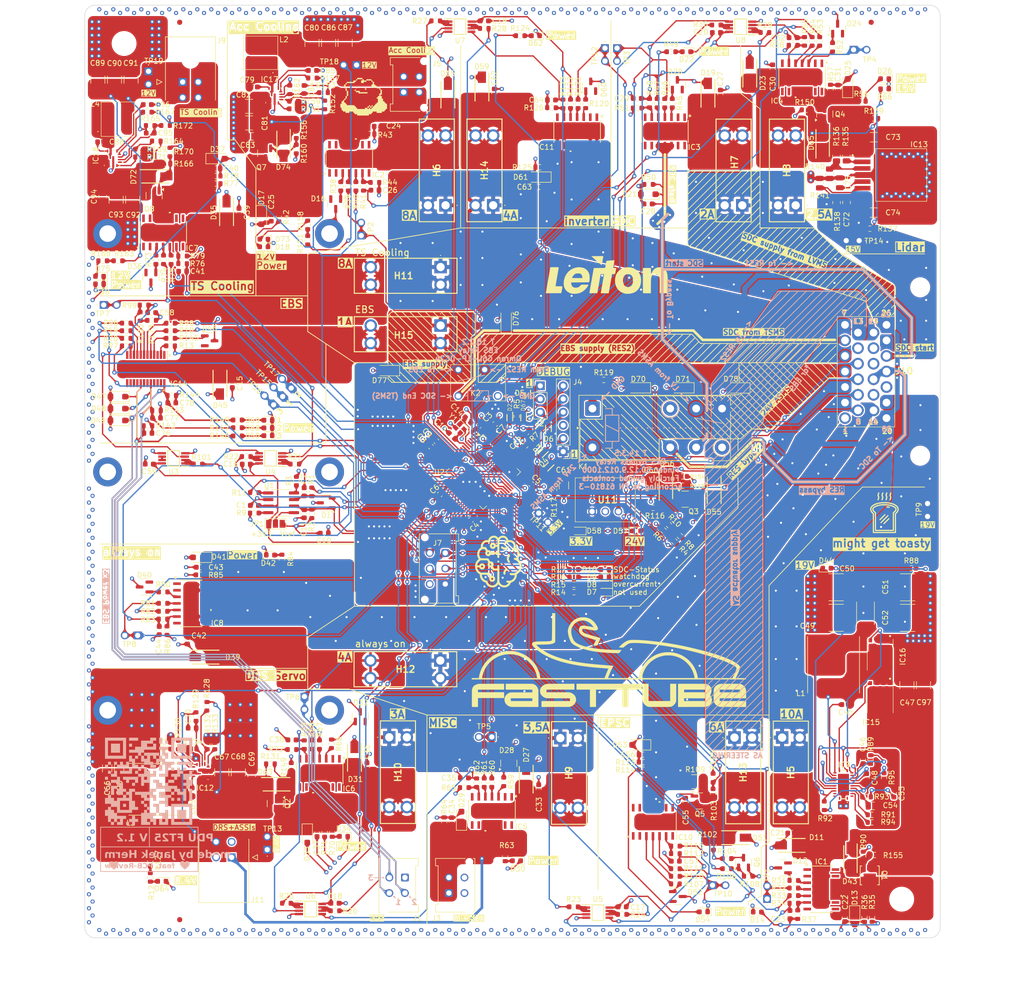
<source format=kicad_pcb>
(kicad_pcb
	(version 20240108)
	(generator "pcbnew")
	(generator_version "8.0")
	(general
		(thickness 1.6)
		(legacy_teardrops no)
	)
	(paper "A3")
	(title_block
		(title "PDU FT25")
		(date "2025-01-15")
		(rev "V1.2")
		(company "Janek Herm")
		(comment 1 "FasTTUBe Electronics")
	)
	(layers
		(0 "F.Cu" signal)
		(1 "In1.Cu" power)
		(2 "In2.Cu" signal)
		(31 "B.Cu" mixed)
		(32 "B.Adhes" user "B.Adhesive")
		(33 "F.Adhes" user "F.Adhesive")
		(34 "B.Paste" user)
		(35 "F.Paste" user)
		(36 "B.SilkS" user "B.Silkscreen")
		(37 "F.SilkS" user "F.Silkscreen")
		(38 "B.Mask" user)
		(39 "F.Mask" user)
		(40 "Dwgs.User" user "User.Drawings")
		(41 "Cmts.User" user "User.Comments")
		(42 "Eco1.User" user "User.Eco1")
		(43 "Eco2.User" user "User.Eco2")
		(44 "Edge.Cuts" user)
		(45 "Margin" user)
		(46 "B.CrtYd" user "B.Courtyard")
		(47 "F.CrtYd" user "F.Courtyard")
		(48 "B.Fab" user)
		(49 "F.Fab" user)
		(50 "User.1" user)
		(51 "User.2" user)
		(52 "User.3" user)
		(53 "User.4" user)
		(54 "User.5" user)
		(55 "User.6" user)
		(56 "User.7" user)
		(57 "User.8" user)
		(58 "User.9" user)
	)
	(setup
		(stackup
			(layer "F.SilkS"
				(type "Top Silk Screen")
			)
			(layer "F.Paste"
				(type "Top Solder Paste")
			)
			(layer "F.Mask"
				(type "Top Solder Mask")
				(thickness 0.01)
			)
			(layer "F.Cu"
				(type "copper")
				(thickness 0.035)
			)
			(layer "dielectric 1"
				(type "prepreg")
				(thickness 0.1)
				(material "FR4")
				(epsilon_r 4.5)
				(loss_tangent 0.02)
			)
			(layer "In1.Cu"
				(type "copper")
				(thickness 0.035)
			)
			(layer "dielectric 2"
				(type "core")
				(thickness 1.24)
				(material "FR4")
				(epsilon_r 4.5)
				(loss_tangent 0.02)
			)
			(layer "In2.Cu"
				(type "copper")
				(thickness 0.035)
			)
			(layer "dielectric 3"
				(type "prepreg")
				(thickness 0.1)
				(material "FR4")
				(epsilon_r 4.5)
				(loss_tangent 0.02)
			)
			(layer "B.Cu"
				(type "copper")
				(thickness 0.035)
			)
			(layer "B.Mask"
				(type "Bottom Solder Mask")
				(thickness 0.01)
			)
			(layer "B.Paste"
				(type "Bottom Solder Paste")
			)
			(layer "B.SilkS"
				(type "Bottom Silk Screen")
			)
			(copper_finish "None")
			(dielectric_constraints no)
		)
		(pad_to_mask_clearance 0)
		(allow_soldermask_bridges_in_footprints no)
		(pcbplotparams
			(layerselection 0x00010fc_ffffffff)
			(plot_on_all_layers_selection 0x0000000_00000000)
			(disableapertmacros no)
			(usegerberextensions no)
			(usegerberattributes yes)
			(usegerberadvancedattributes yes)
			(creategerberjobfile no)
			(dashed_line_dash_ratio 12.000000)
			(dashed_line_gap_ratio 3.000000)
			(svgprecision 4)
			(plotframeref no)
			(viasonmask no)
			(mode 1)
			(useauxorigin yes)
			(hpglpennumber 1)
			(hpglpenspeed 20)
			(hpglpendiameter 15.000000)
			(pdf_front_fp_property_popups yes)
			(pdf_back_fp_property_popups yes)
			(dxfpolygonmode yes)
			(dxfimperialunits yes)
			(dxfusepcbnewfont yes)
			(psnegative no)
			(psa4output no)
			(plotreference yes)
			(plotvalue no)
			(plotfptext yes)
			(plotinvisibletext no)
			(sketchpadsonfab no)
			(subtractmaskfromsilk yes)
			(outputformat 1)
			(mirror no)
			(drillshape 0)
			(scaleselection 1)
			(outputdirectory "gerber/")
		)
	)
	(net 0 "")
	(net 1 "GND")
	(net 2 "+3V3")
	(net 3 "stdCAN_H")
	(net 4 "/MCU/Vref")
	(net 5 "stdCAN_L")
	(net 6 "/MCU/NRST")
	(net 7 "Net-(D11-A2)")
	(net 8 "/powerstages/P_Out6a")
	(net 9 "/powerstages/IS4")
	(net 10 "Net-(D15-A2)")
	(net 11 "/connectors/P_Out1")
	(net 12 "/powerstages/IS1")
	(net 13 "Net-(D19-A2)")
	(net 14 "/powerstages/IS10")
	(net 15 "Net-(D23-A2)")
	(net 16 "/powerstages/P_Out9a")
	(net 17 "/powerstages/IS7")
	(net 18 "Net-(D27-A2)")
	(net 19 "/connectors/P_Out8")
	(net 20 "/powerstages/IS8")
	(net 21 "Net-(D31-A2)")
	(net 22 "/powerstages/P_Out5a")
	(net 23 "/powerstages/IS3")
	(net 24 "Net-(D35-A2)")
	(net 25 "/connectors/P_Out2")
	(net 26 "/powerstages/IS2")
	(net 27 "/connectors/P_Out9")
	(net 28 "/powerstages/IS9")
	(net 29 "Net-(IC9-CBOOT)")
	(net 30 "Net-(IC9-SW)")
	(net 31 "Net-(IC9-VCC)")
	(net 32 "Net-(D43-K)")
	(net 33 "Net-(IC9-PFM{slash}SYNC)")
	(net 34 "/connectors/P_Out4")
	(net 35 "Net-(C53-Pad2)")
	(net 36 "Net-(IC9-EXTCOMP)")
	(net 37 "Net-(D51-A2)")
	(net 38 "/connectors/P_Out5")
	(net 39 "/powerstages/IS5")
	(net 40 "Net-(D56-K)")
	(net 41 "Net-(D59-A2)")
	(net 42 "/connectors/P_Out6")
	(net 43 "/powerstages/IS6")
	(net 44 "Net-(IC12-SW)")
	(net 45 "Net-(IC12-BOOT)")
	(net 46 "/connectors/P_Out3")
	(net 47 "Net-(D63-K)")
	(net 48 "Net-(IC12-FB)")
	(net 49 "Net-(IC12-SS)")
	(net 50 "/connectors/P_Out7")
	(net 51 "Net-(IC13-FB)")
	(net 52 "Net-(D65-K)")
	(net 53 "Net-(IC13-SS)")
	(net 54 "/MCU/SWCLK")
	(net 55 "/MCU/SWDIO")
	(net 56 "/MCU/UART_RX")
	(net 57 "/MCU/UART_TX")
	(net 58 "Net-(D7-A)")
	(net 59 "Net-(D8-A)")
	(net 60 "Net-(D9-A)")
	(net 61 "Net-(D10-A)")
	(net 62 "Net-(D12-A)")
	(net 63 "unconnected-(D12-NC-Pad2)")
	(net 64 "Net-(D14-A)")
	(net 65 "Net-(D16-A)")
	(net 66 "unconnected-(D16-NC-Pad2)")
	(net 67 "Net-(D18-A)")
	(net 68 "Net-(D20-A)")
	(net 69 "unconnected-(D20-NC-Pad2)")
	(net 70 "Net-(D22-A)")
	(net 71 "Net-(D24-A)")
	(net 72 "unconnected-(D24-NC-Pad2)")
	(net 73 "Net-(D26-A)")
	(net 74 "Net-(D28-A)")
	(net 75 "unconnected-(D28-NC-Pad2)")
	(net 76 "Net-(D30-A)")
	(net 77 "unconnected-(D32-NC-Pad2)")
	(net 78 "Net-(D32-A)")
	(net 79 "Net-(D34-A)")
	(net 80 "Net-(D36-A)")
	(net 81 "unconnected-(D36-NC-Pad2)")
	(net 82 "Net-(D38-A)")
	(net 83 "Net-(D43-A)")
	(net 84 "Net-(D44-A)")
	(net 85 "Net-(D45-A2)")
	(net 86 "/powerstages/IS11")
	(net 87 "/connectors/P_Out12")
	(net 88 "unconnected-(D52-NC-Pad2)")
	(net 89 "Net-(D52-A)")
	(net 90 "Net-(D54-A)")
	(net 91 "Net-(D56-A)")
	(net 92 "Net-(D57-A)")
	(net 93 "Net-(D58-A)")
	(net 94 "unconnected-(D60-NC-Pad2)")
	(net 95 "Net-(D60-A)")
	(net 96 "Net-(D62-A)")
	(net 97 "Net-(D63-A)")
	(net 98 "Net-(D64-A)")
	(net 99 "Net-(D65-A)")
	(net 100 "Net-(D66-A)")
	(net 101 "/connectors/P_Out11")
	(net 102 "/connectors/P_Out10")
	(net 103 "Net-(D46-A)")
	(net 104 "+24V")
	(net 105 "Net-(IC1-IS)")
	(net 106 "Net-(IC1-GND)")
	(net 107 "Net-(IC1-IN)")
	(net 108 "Net-(IC1-DEN)")
	(net 109 "Net-(IC2-IS)")
	(net 110 "Net-(IC2-IN)")
	(net 111 "Net-(IC2-DEN)")
	(net 112 "Net-(IC2-GND)")
	(net 113 "Net-(IC3-IN)")
	(net 114 "Net-(IC3-GND)")
	(net 115 "Net-(IC3-IS)")
	(net 116 "Net-(IC3-DEN)")
	(net 117 "Net-(IC4-IN)")
	(net 118 "Net-(IC4-GND)")
	(net 119 "Net-(IC4-IS)")
	(net 120 "Net-(IC4-DEN)")
	(net 121 "Net-(IC5-GND)")
	(net 122 "Net-(IC5-DEN)")
	(net 123 "Net-(IC5-IS)")
	(net 124 "Net-(IC5-IN)")
	(net 125 "Net-(IC6-GND)")
	(net 126 "Net-(IC6-IN)")
	(net 127 "Net-(IC6-DEN)")
	(net 128 "Net-(IC6-IS)")
	(net 129 "Net-(IC7-IN)")
	(net 130 "Net-(IC7-IS)")
	(net 131 "Net-(IC7-GND)")
	(net 132 "Net-(IC7-DEN)")
	(net 133 "Net-(IC9-CNFG)")
	(net 134 "Net-(IC9-PG{slash}SYNCOUT)")
	(net 135 "Net-(IC9-RT)")
	(net 136 "Net-(IC9-ISNS+)")
	(net 137 "Net-(IC9-HO)")
	(net 138 "Net-(IC9-LO)")
	(net 139 "Net-(IC9-FB)")
	(net 140 "Net-(IC10-IS)")
	(net 141 "Net-(IC10-IN)")
	(net 142 "Net-(IC10-DEN)")
	(net 143 "Net-(IC10-GND)")
	(net 144 "Net-(IC11-DEN)")
	(net 145 "Net-(IC11-IS)")
	(net 146 "Net-(IC11-IN)")
	(net 147 "Net-(IC11-GND)")
	(net 148 "Net-(IC12-PG)")
	(net 149 "Net-(IC12-MODE)")
	(net 150 "Net-(IC12-EN)")
	(net 151 "Net-(IC13-RON)")
	(net 152 "Net-(IC13-EN)")
	(net 153 "/MCU/SWO")
	(net 154 "FDCAN_H")
	(net 155 "FDCAN_L")
	(net 156 "/RBR/SDC bypass")
	(net 157 "24V ASMS")
	(net 158 "Net-(JP1-C)")
	(net 159 "unconnected-(K1-Pad12)")
	(net 160 "unconnected-(K1-Pad24)")
	(net 161 "Net-(K1-PadA1)")
	(net 162 "unconnected-(D46-NC-Pad2)")
	(net 163 "Net-(IC14-DSEL1)")
	(net 164 "Net-(Q5-D)")
	(net 165 "Net-(Q5-G)")
	(net 166 "Net-(Q6-G)")
	(net 167 "Net-(Q6-D)")
	(net 168 "Net-(U1-Rs)")
	(net 169 "Net-(U2-PA0)")
	(net 170 "Net-(U2-BOOT0)")
	(net 171 "Net-(U2-PC0)")
	(net 172 "Net-(U2-PA11)")
	(net 173 "/MCU/CAN_RX")
	(net 174 "/MCU/CAN_TX")
	(net 175 "Net-(U2-PA12)")
	(net 176 "unconnected-(U2-PB7-Pad59)")
	(net 177 "unconnected-(U2-PA15-Pad50)")
	(net 178 "/MCU/STATUS_LED1")
	(net 179 "/MCU/STATUS_LED2")
	(net 180 "/MCU/STATUS_LED3")
	(net 181 "/MCU/STATUS_LED4")
	(net 182 "Net-(R12-Pad1)")
	(net 183 "Net-(U4A--)")
	(net 184 "/MCU/ISENSE1")
	(net 185 "Net-(U4B--)")
	(net 186 "/MCU/ISENSE2")
	(net 187 "/MCU/ISENSE3")
	(net 188 "Net-(U5A--)")
	(net 189 "Net-(U5B--)")
	(net 190 "/MCU/ISENSE4")
	(net 191 "/MCU/ISENSE5")
	(net 192 "Net-(U6A--)")
	(net 193 "Net-(U6B--)")
	(net 194 "/MCU/ISENSE6")
	(net 195 "/MCU/ISENSE7")
	(net 196 "Net-(U7A--)")
	(net 197 "Net-(U7B--)")
	(net 198 "/MCU/ISENSE8")
	(net 199 "/MCU/ISENSE9")
	(net 200 "Net-(U8A--)")
	(net 201 "Net-(U8B--)")
	(net 202 "/MCU/ISENSE10")
	(net 203 "/MCU/IN4")
	(net 204 "/MCU/IN1")
	(net 205 "/MCU/IN10")
	(net 206 "/MCU/IN7")
	(net 207 "/MCU/IN8")
	(net 208 "/MCU/IN3")
	(net 209 "/MCU/IN2")
	(net 210 "/MCU/IN9")
	(net 211 "/MCU/IN11")
	(net 212 "/MCU/IN12")
	(net 213 "/MCU/IN13")
	(net 214 "/MCU/PC_Read")
	(net 215 "/MCU/PC_EN")
	(net 216 "/MCU/IN5")
	(net 217 "/MCU/IN6")
	(net 218 "/MCU/XTAL_OUT")
	(net 219 "unconnected-(U2-PC5-Pad25)")
	(net 220 "Net-(IC14-GND)")
	(net 221 "unconnected-(U2-PC12-Pad53)")
	(net 222 "Net-(IC14-DEN)")
	(net 223 "Net-(IC14-IN2)")
	(net 224 "/MCU/XTAL_IN")
	(net 225 "unconnected-(U2-PD2-Pad54)")
	(net 226 "unconnected-(IC14-OUT3-Pad13)")
	(net 227 "Net-(IC14-IN0)")
	(net 228 "Net-(IC14-IN3)")
	(net 229 "Net-(IC14-DSEL0)")
	(net 230 "Net-(IC14-IN1)")
	(net 231 "Net-(IC14-IS)")
	(net 232 "/MCU/DSEL0")
	(net 233 "/MCU/DSEL1")
	(net 234 "Net-(U3A--)")
	(net 235 "/MCU/ISENSE11")
	(net 236 "Net-(U3B--)")
	(net 237 "unconnected-(IC9-NC_1-Pad1)")
	(net 238 "unconnected-(IC9-NC_2-Pad2)")
	(net 239 "unconnected-(IC9-NC_4-Pad23)")
	(net 240 "unconnected-(IC9-NC_3-Pad22)")
	(net 241 "unconnected-(IC9-NC_5-Pad24)")
	(net 242 "Net-(D50-A)")
	(net 243 "Net-(D68-A)")
	(net 244 "Net-(D69-A)")
	(net 245 "/connectors/P_Out14")
	(net 246 "/connectors/P_Out13")
	(net 247 "Net-(IC17-SW)")
	(net 248 "Net-(IC17-BOOT)")
	(net 249 "Net-(D72-K)")
	(net 250 "Net-(IC17-FB)")
	(net 251 "Net-(IC17-SS)")
	(net 252 "Net-(IC18-BOOT)")
	(net 253 "Net-(IC18-SW)")
	(net 254 "Net-(D74-K)")
	(net 255 "Net-(IC18-FB)")
	(net 256 "Net-(IC18-SS)")
	(net 257 "Net-(D72-A)")
	(net 258 "Net-(D73-A)")
	(net 259 "Net-(D74-A)")
	(net 260 "Net-(D75-A)")
	(net 261 "Net-(IC17-PG)")
	(net 262 "Net-(IC17-MODE)")
	(net 263 "Net-(IC17-EN)")
	(net 264 "Net-(IC18-PG)")
	(net 265 "Net-(IC18-MODE)")
	(net 266 "Net-(IC18-EN)")
	(net 267 "Net-(R151-Pad2)")
	(net 268 "Net-(R163-Pad2)")
	(net 269 "EBS supply")
	(net 270 "AS actuator supply")
	(net 271 "unconnected-(IC1-NC-Pad7)")
	(net 272 "unconnected-(IC1-NC-Pad1)")
	(net 273 "unconnected-(IC1-NC-Pad14)")
	(net 274 "unconnected-(IC1-NC-Pad8)")
	(net 275 "unconnected-(IC1-NC-Pad9)")
	(net 276 "unconnected-(IC1-NC-Pad13)")
	(net 277 "unconnected-(IC1-NC-Pad2)")
	(net 278 "unconnected-(IC2-NC-Pad2)")
	(net 279 "unconnected-(IC2-NC-Pad7)")
	(net 280 "unconnected-(IC2-NC-Pad8)")
	(net 281 "unconnected-(IC2-NC-Pad14)")
	(net 282 "unconnected-(IC2-NC-Pad1)")
	(net 283 "unconnected-(IC2-NC-Pad9)")
	(net 284 "unconnected-(IC2-NC-Pad13)")
	(net 285 "unconnected-(IC3-NC-Pad8)")
	(net 286 "unconnected-(IC3-NC-Pad1)")
	(net 287 "unconnected-(IC3-NC-Pad7)")
	(net 288 "unconnected-(IC3-NC-Pad14)")
	(net 289 "unconnected-(IC3-NC-Pad13)")
	(net 290 "unconnected-(IC3-NC-Pad9)")
	(net 291 "unconnected-(IC3-NC-Pad2)")
	(net 292 "unconnected-(IC4-NC-Pad2)")
	(net 293 "unconnected-(IC4-NC-Pad1)")
	(net 294 "unconnected-(IC4-NC-Pad13)")
	(net 295 "unconnected-(IC4-NC-Pad7)")
	(net 296 "unconnected-(IC4-NC-Pad9)")
	(net 297 "unconnected-(IC4-NC-Pad8)")
	(net 298 "unconnected-(IC4-NC-Pad14)")
	(net 299 "unconnected-(IC5-NC-Pad1)")
	(net 300 "unconnected-(IC5-NC-Pad8)")
	(net 301 "unconnected-(IC5-NC-Pad9)")
	(net 302 "unconnected-(IC5-NC-Pad14)")
	(net 303 "unconnected-(IC5-NC-Pad13)")
	(net 304 "unconnected-(IC5-NC-Pad2)")
	(net 305 "unconnected-(IC5-NC-Pad7)")
	(net 306 "unconnected-(IC6-NC-Pad14)")
	(net 307 "unconnected-(IC6-NC-Pad2)")
	(net 308 "unconnected-(IC6-NC-Pad7)")
	(net 309 "unconnected-(IC6-NC-Pad1)")
	(net 310 "unconnected-(IC6-NC-Pad9)")
	(net 311 "unconnected-(IC6-NC-Pad8)")
	(net 312 "unconnected-(IC6-NC-Pad13)")
	(net 313 "unconnected-(IC7-NC-Pad1)")
	(net 314 "unconnected-(IC7-NC-Pad9)")
	(net 315 "unconnected-(IC7-NC-Pad14)")
	(net 316 "unconnected-(IC7-NC-Pad13)")
	(net 317 "unconnected-(IC7-NC-Pad7)")
	(net 318 "unconnected-(IC7-NC-Pad8)")
	(net 319 "unconnected-(IC7-NC-Pad2)")
	(net 320 "unconnected-(IC10-NC-Pad14)")
	(net 321 "unconnected-(IC10-NC-Pad8)")
	(net 322 "unconnected-(IC10-NC-Pad13)")
	(net 323 "unconnected-(IC10-NC-Pad9)")
	(net 324 "unconnected-(IC10-NC-Pad1)")
	(net 325 "unconnected-(IC10-NC-Pad7)")
	(net 326 "unconnected-(IC10-NC-Pad2)")
	(net 327 "unconnected-(IC11-NC-Pad1)")
	(net 328 "unconnected-(IC11-NC-Pad13)")
	(net 329 "unconnected-(IC11-NC-Pad2)")
	(net 330 "unconnected-(IC11-NC-Pad7)")
	(net 331 "unconnected-(IC11-NC-Pad9)")
	(net 332 "unconnected-(IC11-NC-Pad8)")
	(net 333 "unconnected-(IC11-NC-Pad14)")
	(net 334 "unconnected-(IC14-NC-Pad21)")
	(net 335 "unconnected-(IC14-NC-Pad19)")
	(net 336 "unconnected-(IC14-NC-Pad15)")
	(net 337 "unconnected-(IC14-NC-Pad18)")
	(net 338 "unconnected-(IC14-NC-Pad23)")
	(net 339 "unconnected-(IC14-NC-Pad22)")
	(net 340 "unconnected-(IC14-NC-Pad14)")
	(net 341 "unconnected-(IC14-NC-Pad12)")
	(net 342 "unconnected-(IC14-NC-Pad1)")
	(net 343 "unconnected-(IC14-NC-Pad16)")
	(net 344 "/EBSR/EBS power")
	(net 345 "unconnected-(U2-PC14-Pad3)")
	(net 346 "unconnected-(U2-PC15-Pad4)")
	(net 347 "unconnected-(U2-PC13-Pad2)")
	(net 348 "Net-(R100-Pad1)")
	(net 349 "/RBR/RES")
	(net 350 "TSMS SDC")
	(net 351 "unconnected-(IC14-NC-Pad3)")
	(net 352 "unconnected-(U2-PB0-Pad26)")
	(net 353 "Net-(D39-A2)")
	(net 354 "unconnected-(D40-NC-Pad2)")
	(net 355 "Net-(D40-A)")
	(net 356 "Net-(D42-A)")
	(net 357 "unconnected-(IC8-NC-Pad8)")
	(net 358 "unconnected-(IC8-NC-Pad13)")
	(net 359 "Net-(IC8-IN)")
	(net 360 "unconnected-(IC8-NC-Pad9)")
	(net 361 "unconnected-(IC8-NC-Pad1)")
	(net 362 "Net-(IC8-DEN)")
	(net 363 "Net-(IC8-GND)")
	(net 364 "Net-(IC8-IS)")
	(net 365 "unconnected-(IC8-NC-Pad2)")
	(net 366 "unconnected-(IC8-NC-Pad14)")
	(net 367 "unconnected-(IC8-NC-Pad7)")
	(net 368 "unconnected-(J10-Pin_15-Pad15)")
	(net 369 "unconnected-(J10-Pin_17-Pad17)")
	(footprint "5025:5025" (layer "F.Cu") (at 165.32 98.46 90))
	(footprint "Resistor_SMD:R_0603_1608Metric" (layer "F.Cu") (at 161.375 88.955 90))
	(footprint "Resistor_SMD:R_0603_1608Metric" (layer "F.Cu") (at 128.645 103.135 -90))
	(footprint "Capacitor_SMD:C_1210_3225Metric" (layer "F.Cu") (at 162.225 61.275 90))
	(footprint "BTT6010-1ERB:SOIC14_BTT6010-1ERB_INF" (layer "F.Cu") (at 163.019 83.649799 90))
	(footprint "824501241:DIOM5127X250N" (layer "F.Cu") (at 139.345 93.995 -90))
	(footprint "Resistor_SMD:R_0603_1608Metric" (layer "F.Cu") (at 122.555 83.275))
	(footprint "Package_TO_SOT_SMD:SOT-23" (layer "F.Cu") (at 124.75 106.535 -90))
	(footprint "Package_TO_SOT_SMD:SOT-23" (layer "F.Cu") (at 165.14 191.314998 90))
	(footprint "Resistor_SMD:R_0603_1608Metric" (layer "F.Cu") (at 135.615001 196.775 90))
	(footprint "Resistor_SMD:R_0603_1608Metric" (layer "F.Cu") (at 155.915 68.065))
	(footprint "Capacitor_SMD:C_1210_3225Metric" (layer "F.Cu") (at 143.685 76.725 180))
	(footprint "Resistor_SMD:R_0603_1608Metric" (layer "F.Cu") (at 135.545001 189.315 -90))
	(footprint "LED_SMD:LED_0603_1608Metric" (layer "F.Cu") (at 266.295 70.155 180))
	(footprint "brain:heart" (layer "F.Cu") (at 117.6 220.05))
	(footprint "Resistor_SMD:R_0603_1608Metric" (layer "F.Cu") (at 127.585 77.225))
	(footprint "ESD321DYAR:SODFL1608X77N" (layer "F.Cu") (at 193.99 133.625 -90))
	(footprint "Diode_SMD:D_SOD-123F" (layer "F.Cu") (at 218.94 127.854999 180))
	(footprint "5025:5025" (layer "F.Cu") (at 147.190001 216.99 90))
	(footprint "Resistor_SMD:R_0603_1608Metric" (layer "F.Cu") (at 147.805 200.415))
	(footprint "5025:5025" (layer "F.Cu") (at 261.38 99.44 180))
	(footprint "MountingHole:MountingHole_3.2mm_M3_DIN965_Pad" (layer "F.Cu") (at 116.41 144.08 -90))
	(footprint "Resistor_SMD:R_0603_1608Metric" (layer "F.Cu") (at 254.645 208.515 -90))
	(footprint "3557-15:355715" (layer "F.Cu") (at 180.58 180.485 180))
	(footprint "Resistor_SMD:R_0603_1608Metric" (layer "F.Cu") (at 264.205001 75.855))
	(footprint "Capacitor_SMD:C_0603_1608Metric" (layer "F.Cu") (at 156.795 213.675001 -90))
	(footprint "Resistor_SMD:R_0603_1608Metric" (layer "F.Cu") (at 120.005477 118.297452))
	(footprint "MountingHole:MountingHole_4.3mm_M4" (layer "F.Cu") (at 119.575 226.345))
	(footprint "Capacitor_SMD:C_1210_3225Metric" (layer "F.Cu") (at 138.414747 202.063428 90))
	(footprint "Diode_SMD:D_SOD-123F" (layer "F.Cu") (at 146.065 94.88 -90))
	(footprint "Capacitor_SMD:C_0603_1608Metric" (layer "F.Cu") (at 185.205 203.145 180))
	(footprint "Resistor_SMD:R_0603_1608Metric" (layer "F.Cu") (at 225.925 220.675))
	(footprint "Resistor_SMD:R_0603_1608Metric"
		(layer "F.Cu")
		(uuid "15025461-dcc7-4f61-9542-8f8e8ec99700")
		(at 154.995 99.365 90)
		(descr "Resistor SMD 0603 (1608 Metric), square (rectangular) end terminal, IPC_7351 nominal, (Body size source: IPC-SM-782 page 72, https://www.pcb-3d.com/wordpress/wp-content/uploads/ipc-sm-782a_amendment_1_and_2.pdf), generated with kicad-footprint-generator")
		(tags "resistor")
		(property "Reference" "R151"
			(at -0.65 -1.42 90)
			(layer "F.SilkS")
			(uuid "122f886c-686c-4dca-9df4-687a2b60e366")
			(effects
				(font
					(size 1 1)
					(thickness 0.15)
				)
			)
		)
		(property "Value" "1k"
			(at 0 1.43 90)
			(layer "F.Fab")
			(uuid "a592b584-abae-4bea-8bc8-0a8ffebe0b80")
			(effects
				(font
					(size 1 1)
					(thickness 0.15)
				)
			)
		)
		(property "Footprint" "Resistor_SMD:R_0603_1608Metric"
			(at 0 0 90)
			(unlocked yes)
			(layer "F.Fab")
			(hide yes)
			(uuid "1c5f638a-4832-4642-88d6-97d1baf0f576")
			(effects
				(font
					(size 1.27 1.27)
					(thickness 0.15)
				)
			)
		)
		(property "Datasheet" ""
			(at 0 0 90)
			(unlocked yes)
			(layer "F.Fab")
			(hide yes)
			(uuid "59d60a19-0eeb-4754-9aba-e42d43305fa7")
			(effects
				(font
					(size 1.27 1.27)
					(thickness 0.15)
				)
			)
		)
		(property "Description" "Resistor, small symbol"
			(at 0 0 90)
			(unlocked yes)
			(layer "F.Fab")
			(hide yes)
			(uuid "33615a10-7215-4795-96b9-fa93cea6c121")
			(effects
				(font
					(size 1.27 1.27)
					(thickness 0.15)
				)
			)
		)
		(property ki_fp_filters "R_*")
		(path "/780d04e9-366d-4b48-88f6-229428c96c3a/2688228a-78b0-463b-82bd-42a0dedab640/a31b0199-c63c-4e83-8127-1fac1a9facaf")
		(sheetname "ACC pump DCDC")
		(sheetfile "pumpDCDC.kicad_sch")
		(attr smd)
		(fp_line
			(start -0.237258 -0.5225)
			(end 0.237258 -0.5225)
			(stroke
				(width 0.12)
				(type solid)
			)
			(layer "F.SilkS")
			(uuid "dc8e5fd8-4ca3-4c1d-b1f5-6eaae540711d")
		)
		(fp_line
			(start -0.237258 0.5225)
			(end 0.237258 0.5225)
			(stroke
				(width 0.12)
				(type solid)
			)
			(layer "F.SilkS")
			(uuid "6c0a18d3-6077-4bcb-825a-872d2e6b7716")
		)
		(fp_line
			(start 1.48 -0.73)
			(end 1.48 0.73)
			(stroke
				(width 0.05)
				(type solid)
			)
			(layer "F.CrtYd")
			(uuid "7313f3b4-9a54-4d87-8c75-088e5090a017")
		)
		(fp_line
			(start -1.48 -0.73)
			(end 1.48 -0.73)
			(stroke
				(width 0.05)
				(type solid)
			)
			(layer "F.CrtYd")
			(uuid "6af3927a-7d15-47f2-a5a0-8445f1b4c182")
		)
		(fp_line
			(start 1.48 0.73)
			(end -1.48 0.73)
			(stroke
				(width 0.05)
				(type solid)
			)
			(layer "F.CrtYd")
			(uuid "72e13f33-6639-4f39-84e2-7a3d4ba4715a")
		)
		(fp_line
			(start -1.48 0.73)
			(end -1.48 -0.73)
			(stroke
				(width 0.05)
				(type solid)
			)
			(layer "F.CrtYd")
			(uuid "ff98d762-9a6b-4848-89e9-20b6125bce37")
		)
		(fp_line
			(start 0.8 -0.4125)
			(end 0.8 0.4125)
			(stroke
				(width 0.1)
				(type solid)
			)
			(layer "F.Fab")
			(uuid "fe961a65-105c-43a7-89d7-5c7c44acd8a1")
		)
		(fp_line
			(start -0.8 -0.4125)
			(end 0.8 -0.4125)
			(stroke
				(width 0.1)
				(type solid)
			)
			(layer "F.Fab")
			(uuid "bb8064fe-6479-4ead-87cb-214fa68d7676")
		)
		(fp_line
			(start 0.8 0.4125)
			(end -0.8 0.4125)
			(stroke
				(width 0.1)
				(type solid)
			)
			(layer "F.Fab")
			(uuid "0ba98a26-6841-4152-aae7-55d7e1c78c39")
		)
		(fp_line

... [9260611 chars truncated]
</source>
